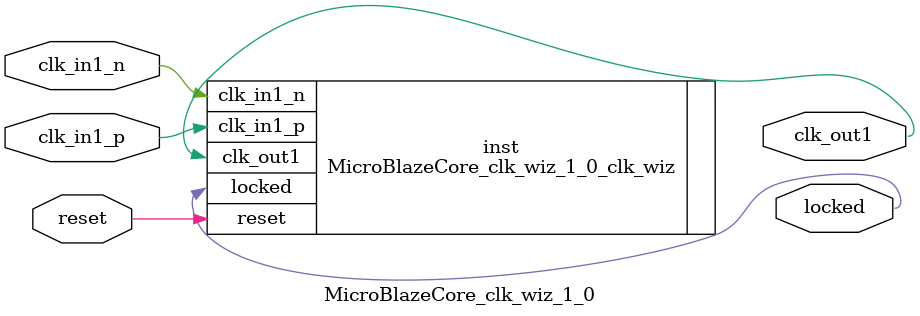
<source format=v>


`timescale 1ps/1ps

(* CORE_GENERATION_INFO = "MicroBlazeCore_clk_wiz_1_0,clk_wiz_v6_0_14_0_0,{component_name=MicroBlazeCore_clk_wiz_1_0,use_phase_alignment=false,use_min_o_jitter=false,use_max_i_jitter=false,use_dyn_phase_shift=false,use_inclk_switchover=false,use_dyn_reconfig=false,enable_axi=0,feedback_source=FDBK_AUTO,PRIMITIVE=MMCM,num_out_clk=1,clkin1_period=10.000,clkin2_period=10.000,use_power_down=false,use_reset=true,use_locked=true,use_inclk_stopped=false,feedback_type=SINGLE,CLOCK_MGR_TYPE=NA,manual_override=false}" *)

module MicroBlazeCore_clk_wiz_1_0 
 (
  // Clock out ports
  output        clk_out1,
  // Status and control signals
  input         reset,
  output        locked,
 // Clock in ports
  input         clk_in1_p,
  input         clk_in1_n
 );

  MicroBlazeCore_clk_wiz_1_0_clk_wiz inst
  (
  // Clock out ports  
  .clk_out1(clk_out1),
  // Status and control signals               
  .reset(reset), 
  .locked(locked),
 // Clock in ports
  .clk_in1_p(clk_in1_p),
  .clk_in1_n(clk_in1_n)
  );

endmodule

</source>
